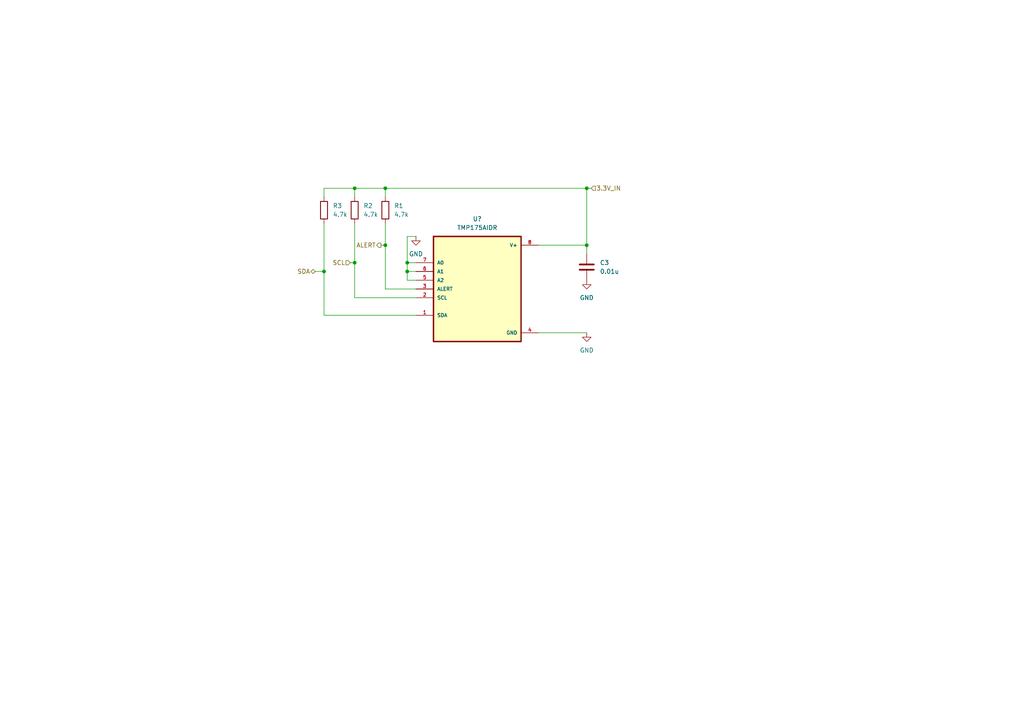
<source format=kicad_sch>
(kicad_sch (version 20231120) (generator "eeschema") (generator_version "8.0")
  (paper "A4")
  (title_block (title "Temperature sensor") (date "2024-12-12"))
  (lib_symbols
    (symbol "Device:C" (pin_numbers hide) (pin_names (offset 0.254))
      (property "Reference" "C" (at 0.635 2.54 0))
      (property "Value" "C" (at 0.635 -2.54 0))
      (symbol "C_0_1"
        (polyline (pts (xy -2.032 -0.762) (xy 2.032 -0.762)) (stroke (width 0.508)))
        (polyline (pts (xy -2.032 0.762) (xy 2.032 0.762)) (stroke (width 0.508)))
      )
      (symbol "C_1_1"
        (pin passive line (at 0 3.81 270) (length 2.794) (name "~") (number "1"))
        (pin passive line (at 0 -3.81 90) (length 2.794) (name "~") (number "2"))
      )
    )
    (symbol "Device:R" (pin_numbers hide) (pin_names (offset 0))
      (property "Reference" "R" (at 2.032 0 90))
      (property "Value" "R" (at 0 0 90))
      (symbol "R_0_1"
        (rectangle (start -1.016 -2.54) (end 1.016 2.54) (stroke (width 0.254)))
      )
      (symbol "R_1_1"
        (pin passive line (at 0 3.81 270) (length 1.27) (name "~") (number "1"))
        (pin passive line (at 0 -3.81 90) (length 1.27) (name "~") (number "2"))
      )
    )
    (symbol "TMP175AIDR:TMP175AIDR" (pin_names (offset 1.016))
      (property "Reference" "U" (at -12.7 16.24 0))
      (property "Value" "TMP175AIDR" (at -12.7 -19.24 0))
      (symbol "TMP175AIDR_0_0"
        (rectangle (start -12.7 -15.24) (end 12.7 15.24) (stroke (width 0.41)) (fill (type background)))
        (pin bidirectional line (at -17.78 -7.62 0) (length 5.08) (name "SDA") (number "1"))
        (pin input line (at -17.78 -2.54 0) (length 5.08) (name "SCL") (number "2"))
        (pin input line (at -17.78 0 0) (length 5.08) (name "ALERT") (number "3"))
        (pin power_in line (at 17.78 -12.7 180) (length 5.08) (name "GND") (number "4"))
        (pin input line (at -17.78 2.54 0) (length 5.08) (name "A2") (number "5"))
        (pin input line (at -17.78 5.08 0) (length 5.08) (name "A1") (number "6"))
        (pin input line (at -17.78 7.62 0) (length 5.08) (name "A0") (number "7"))
        (pin power_in line (at 17.78 12.7 180) (length 5.08) (name "V+") (number "8"))
      )
    )
    (symbol "power:GND" (power) (pin_numbers hide) (pin_names (offset 0) hide)
      (property "Value" "GND" (at 0 -3.81 0))
      (symbol "GND_0_1"
        (polyline (pts (xy 0 0) (xy 0 -1.27) (xy 1.27 -1.27) (xy 0 -2.54) (xy -1.27 -1.27) (xy 0 -1.27)))
      )
      (symbol "GND_1_1"
        (pin power_in line (at 0 0 270) (length 0) (name "~") (number "1"))
      )
    )
  )
  (junction (at 170.18 54.61))
  (junction (at 170.18 71.12))
  (junction (at 111.76 71.12))
  (junction (at 102.87 76.2))
  (junction (at 118.11 78.74))
  (junction (at 118.11 76.2))
  (junction (at 102.87 54.61))
  (junction (at 93.98 78.74))
  (junction (at 111.76 54.61))
  (wire (pts (xy 102.87 64.77) (xy 102.87 76.2)))
  (wire (pts (xy 102.87 54.61) (xy 102.87 57.15)))
  (wire (pts (xy 111.76 54.61) (xy 170.18 54.61)))
  (wire (pts (xy 93.98 54.61) (xy 102.87 54.61)))
  (wire (pts (xy 118.11 78.74) (xy 120.65 78.74)))
  (wire (pts (xy 91.44 78.74) (xy 93.98 78.74)))
  (wire (pts (xy 102.87 54.61) (xy 111.76 54.61)))
  (wire (pts (xy 102.87 86.36) (xy 120.65 86.36)))
  (wire (pts (xy 118.11 78.74) (xy 118.11 76.2)))
  (wire (pts (xy 118.11 78.74) (xy 118.11 81.28)))
  (wire (pts (xy 93.98 91.44) (xy 120.65 91.44)))
  (wire (pts (xy 93.98 78.74) (xy 93.98 91.44)))
  (wire (pts (xy 170.18 71.12) (xy 156.21 71.12)))
  (wire (pts (xy 93.98 64.77) (xy 93.98 78.74)))
  (wire (pts (xy 118.11 81.28) (xy 120.65 81.28)))
  (wire (pts (xy 170.18 71.12) (xy 170.18 73.66)))
  (wire (pts (xy 170.18 96.52) (xy 156.21 96.52)))
  (wire (pts (xy 111.76 54.61) (xy 111.76 57.15)))
  (wire (pts (xy 170.18 54.61) (xy 170.18 71.12)))
  (wire (pts (xy 111.76 64.77) (xy 111.76 71.12)))
  (wire (pts (xy 101.6 76.2) (xy 102.87 76.2)))
  (wire (pts (xy 120.65 68.58) (xy 118.11 68.58)))
  (wire (pts (xy 118.11 76.2) (xy 120.65 76.2)))
  (wire (pts (xy 111.76 71.12) (xy 111.76 83.82)))
  (wire (pts (xy 93.98 54.61) (xy 93.98 57.15)))
  (wire (pts (xy 118.11 68.58) (xy 118.11 76.2)))
  (wire (pts (xy 170.18 54.61) (xy 171.45 54.61)))
  (wire (pts (xy 110.49 71.12) (xy 111.76 71.12)))
  (wire (pts (xy 111.76 83.82) (xy 120.65 83.82)))
  (wire (pts (xy 102.87 76.2) (xy 102.87 86.36)))
  (hierarchical_label "SCL" (shape input) (at 101.6 76.2 180))
  (hierarchical_label "SDA" (shape bidirectional) (at 91.44 78.74 180))
  (hierarchical_label "3.3V_IN" (shape input) (at 171.45 54.61 0))
  (hierarchical_label "ALERT" (shape output) (at 110.49 71.12 180))
  (symbol (lib_id "Device:R") (at 93.98 60.96 0) (unit 1)
    (property "Reference" "R3" (at 96.52 59.6899 0) (effects (justify left)))
    (property "Value" "4.7k" (at 96.52 62.2299 0) (effects (justify left)))
    (property "Footprint" "Resistor_SMD:R_0603_1608Metric" (effects (hide yes)))
    (property "Description" "Resistor" (effects (hide yes)))
  )
  (symbol (lib_id "TMP175AIDR:TMP175AIDR") (at 138.43 83.82 0) (unit 1)
    (property "Reference" "U?" (at 138.43 63.5 0))
    (property "Value" "TMP175AIDR" (at 138.43 66.04 0))
    (property "Footprint" "TMP175AIDR:SOIC127P599X175-8N" (effects (hide yes)))
    (property "MF" "Texas Instruments" (effects (hide yes)))
    (property "Description_1" "\n                        \n                            Temperature Sensor with 27 I2C/SMBus Addresses in Industry Standard LM75 Form Factor & Pinout\n                        \n" (effects (hide yes)))
    (property "Package" "SOIC-8 Texas Instruments" (effects (hide yes)))
    (property "Price" "None" (effects (hide yes)))
    (property "SnapEDA_Link" "https://www.snapeda.com/parts/TMP175AIDR/Texas+Instruments/view-part/?ref=snap" (effects (hide yes)))
    (property "MP" "TMP175AIDR" (effects (hide yes)))
    (property "Availability" "In Stock" (effects (hide yes)))
    (property "Check_prices" "https://www.snapeda.com/parts/TMP175AIDR/Texas+Instruments/view-part/?ref=eda" (effects (hide yes)))
  )
  (symbol (lib_id "Device:R") (at 102.87 60.96 0) (unit 1)
    (property "Reference" "R2" (at 105.41 59.6899 0) (effects (justify left)))
    (property "Value" "4.7k" (at 105.41 62.2299 0) (effects (justify left)))
    (property "Footprint" "Resistor_SMD:R_0603_1608Metric" (effects (hide yes)))
    (property "Description" "Resistor" (effects (hide yes)))
  )
  (symbol (lib_id "Device:C") (at 170.18 77.47 0) (unit 1)
    (property "Reference" "C3" (at 173.99 76.1999 0) (effects (justify left)))
    (property "Value" "0.01u" (at 173.99 78.7399 0) (effects (justify left)))
    (property "Footprint" "Capacitor_SMD:C_0603_1608Metric" (effects (hide yes)))
    (property "Description" "Unpolarized capacitor" (effects (hide yes)))
  )
  (symbol (lib_id "power:GND") (at 170.18 96.52 0) (unit 1)
    (property "Reference" "#PWR029" (effects (hide yes)))
    (property "Value" "GND" (at 170.18 101.6 0))
    (property "Description" "Power symbol creates a global label with name \"GND\" , ground" (effects (hide yes)))
  )
  (symbol (lib_id "power:GND") (at 120.65 68.58 0) (unit 1)
    (property "Reference" "#PWR031" (effects (hide yes)))
    (property "Value" "GND" (at 120.65 73.66 0))
    (property "Description" "Power symbol creates a global label with name \"GND\" , ground" (effects (hide yes)))
  )
  (symbol (lib_id "power:GND") (at 170.18 81.28 0) (unit 1)
    (property "Reference" "#PWR032" (effects (hide yes)))
    (property "Value" "GND" (at 170.18 86.36 0))
    (property "Description" "Power symbol creates a global label with name \"GND\" , ground" (effects (hide yes)))
  )
  (symbol (lib_id "Device:R") (at 111.76 60.96 0) (unit 1)
    (property "Reference" "R1" (at 114.3 59.6899 0) (effects (justify left)))
    (property "Value" "4.7k" (at 114.3 62.2299 0) (effects (justify left)))
    (property "Footprint" "Resistor_SMD:R_0603_1608Metric" (effects (hide yes)))
    (property "Description" "Resistor" (effects (hide yes)))
  )
)
</source>
